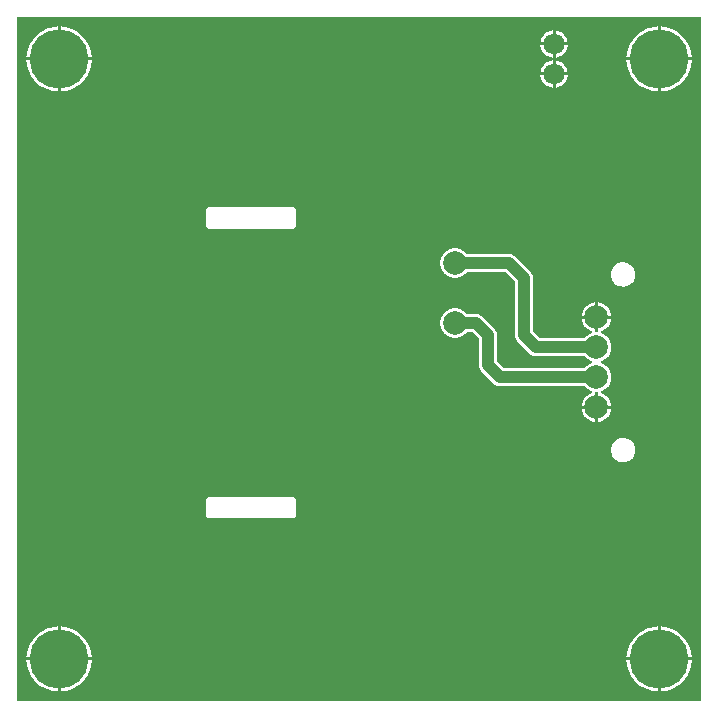
<source format=gtl>
G04 Layer: TopLayer*
G04 EasyEDA v6.5.34, 2023-08-01 23:33:27*
G04 74fb3d3c296a4d11a7f64f3819e37d63,5a6b42c53f6a479593ecc07194224c93,10*
G04 Gerber Generator version 0.2*
G04 Scale: 100 percent, Rotated: No, Reflected: No *
G04 Dimensions in millimeters *
G04 leading zeros omitted , absolute positions ,4 integer and 5 decimal *
%FSLAX45Y45*%
%MOMM*%

%ADD10C,1.0000*%
%ADD11C,5.0000*%
%ADD12C,1.8000*%
%ADD13C,2.0000*%

%LPD*%
G36*
X5805932Y25908D02*
G01*
X36068Y26416D01*
X32156Y27178D01*
X28905Y29362D01*
X26670Y32664D01*
X25908Y36576D01*
X25908Y5805932D01*
X26670Y5809843D01*
X28905Y5813094D01*
X32156Y5815330D01*
X36068Y5816092D01*
X5805932Y5816092D01*
X5809843Y5815330D01*
X5813094Y5813094D01*
X5815330Y5809843D01*
X5816092Y5805932D01*
X5816092Y36068D01*
X5815330Y32207D01*
X5813094Y28905D01*
X5809843Y26670D01*
G37*

%LPC*%
G36*
X4456887Y5600700D02*
G01*
X4559300Y5600700D01*
X4559300Y5702960D01*
X4550308Y5701842D01*
X4536186Y5698236D01*
X4522673Y5692851D01*
X4509922Y5685840D01*
X4498136Y5677306D01*
X4487519Y5667349D01*
X4478223Y5656122D01*
X4470450Y5643829D01*
X4464253Y5630672D01*
X4459732Y5616803D01*
X4457039Y5602528D01*
G37*
G36*
X393700Y105562D02*
G01*
X398322Y105664D01*
X421284Y108051D01*
X443992Y112369D01*
X466242Y118618D01*
X487934Y126644D01*
X508812Y136499D01*
X528828Y148031D01*
X547827Y161239D01*
X565607Y175971D01*
X582117Y192125D01*
X597204Y209600D01*
X610819Y228295D01*
X622757Y248107D01*
X633018Y268782D01*
X641553Y290271D01*
X648208Y312369D01*
X653034Y334975D01*
X655929Y357936D01*
X656336Y368300D01*
X393700Y368300D01*
G37*
G36*
X5448300Y105613D02*
G01*
X5448300Y368300D01*
X5185410Y368300D01*
X5187289Y346405D01*
X5191150Y323646D01*
X5196890Y301244D01*
X5204460Y279450D01*
X5213858Y258317D01*
X5224983Y238099D01*
X5237784Y218846D01*
X5252161Y200710D01*
X5267960Y183896D01*
X5285130Y168402D01*
X5303520Y154432D01*
X5323027Y142087D01*
X5343499Y131368D01*
X5364835Y122428D01*
X5386781Y115265D01*
X5409285Y109982D01*
X5432145Y106629D01*
G37*
G36*
X368300Y105613D02*
G01*
X368300Y368300D01*
X105410Y368300D01*
X107289Y346405D01*
X111150Y323646D01*
X116890Y301244D01*
X124460Y279450D01*
X133858Y258317D01*
X144983Y238099D01*
X157784Y218846D01*
X172161Y200710D01*
X187960Y183896D01*
X205130Y168402D01*
X223520Y154432D01*
X243027Y142087D01*
X263499Y131368D01*
X284835Y122428D01*
X306781Y115265D01*
X329285Y109982D01*
X352145Y106629D01*
G37*
G36*
X393700Y393700D02*
G01*
X656336Y393700D01*
X655929Y404063D01*
X653034Y427024D01*
X648208Y449630D01*
X641553Y471728D01*
X633018Y493217D01*
X622757Y513892D01*
X610819Y533704D01*
X597204Y552348D01*
X582117Y569874D01*
X565607Y586028D01*
X547827Y600760D01*
X528828Y613968D01*
X508812Y625500D01*
X487934Y635355D01*
X466242Y643382D01*
X443992Y649630D01*
X421284Y653948D01*
X398322Y656336D01*
X393700Y656437D01*
G37*
G36*
X5473700Y393700D02*
G01*
X5736336Y393700D01*
X5735929Y404063D01*
X5733034Y427024D01*
X5728208Y449630D01*
X5721553Y471728D01*
X5713018Y493217D01*
X5702757Y513892D01*
X5690819Y533704D01*
X5677204Y552348D01*
X5662117Y569874D01*
X5645607Y586028D01*
X5627827Y600760D01*
X5608828Y613968D01*
X5588812Y625500D01*
X5567934Y635355D01*
X5546242Y643382D01*
X5523992Y649630D01*
X5501284Y653948D01*
X5478322Y656336D01*
X5473700Y656437D01*
G37*
G36*
X5185410Y393700D02*
G01*
X5448300Y393700D01*
X5448300Y656386D01*
X5432145Y655370D01*
X5409285Y652018D01*
X5386781Y646734D01*
X5364835Y639572D01*
X5343499Y630631D01*
X5323027Y619912D01*
X5303520Y607568D01*
X5285130Y593598D01*
X5267960Y578104D01*
X5252161Y561289D01*
X5237784Y543153D01*
X5224983Y523900D01*
X5213858Y503682D01*
X5204460Y482549D01*
X5196890Y460756D01*
X5191150Y438353D01*
X5187289Y415594D01*
G37*
G36*
X105410Y393700D02*
G01*
X368300Y393700D01*
X368300Y656386D01*
X352145Y655370D01*
X329285Y652018D01*
X306781Y646734D01*
X284835Y639572D01*
X263499Y630631D01*
X243027Y619912D01*
X223520Y607568D01*
X205130Y593598D01*
X187960Y578104D01*
X172161Y561289D01*
X157784Y543153D01*
X144983Y523900D01*
X133858Y503682D01*
X124460Y482549D01*
X116890Y460756D01*
X111150Y438353D01*
X107289Y415594D01*
G37*
G36*
X1651558Y1574292D02*
G01*
X2361641Y1574292D01*
X2367940Y1575003D01*
X2373426Y1576933D01*
X2378303Y1579981D01*
X2382418Y1584096D01*
X2385466Y1588973D01*
X2387396Y1594459D01*
X2388108Y1600758D01*
X2388108Y1726641D01*
X2387396Y1732940D01*
X2385466Y1738426D01*
X2382418Y1743303D01*
X2378303Y1747418D01*
X2373426Y1750466D01*
X2367940Y1752396D01*
X2361641Y1753107D01*
X1651558Y1753107D01*
X1645259Y1752396D01*
X1639773Y1750466D01*
X1634896Y1747418D01*
X1630781Y1743303D01*
X1627733Y1738426D01*
X1625803Y1732940D01*
X1625092Y1726641D01*
X1625092Y1600758D01*
X1625803Y1594459D01*
X1627733Y1588973D01*
X1630781Y1584096D01*
X1634896Y1579981D01*
X1639773Y1576933D01*
X1645259Y1575003D01*
G37*
G36*
X5152745Y2046274D02*
G01*
X5166563Y2046732D01*
X5180177Y2049018D01*
X5193385Y2053132D01*
X5205933Y2058924D01*
X5217566Y2066391D01*
X5228082Y2075281D01*
X5237378Y2085543D01*
X5245201Y2096922D01*
X5251399Y2109216D01*
X5255920Y2122271D01*
X5258663Y2135835D01*
X5259628Y2149602D01*
X5258663Y2163368D01*
X5255920Y2176932D01*
X5251399Y2189937D01*
X5245201Y2202281D01*
X5237378Y2213660D01*
X5228082Y2223922D01*
X5217566Y2232812D01*
X5205933Y2240280D01*
X5193385Y2246071D01*
X5180177Y2250186D01*
X5166563Y2252472D01*
X5152745Y2252929D01*
X5139029Y2251557D01*
X5125618Y2248357D01*
X5112715Y2243378D01*
X5100574Y2236724D01*
X5089499Y2228545D01*
X5079542Y2218944D01*
X5071008Y2208123D01*
X5063947Y2196236D01*
X5058562Y2183536D01*
X5054904Y2170176D01*
X5053076Y2156510D01*
X5053076Y2142693D01*
X5054904Y2129028D01*
X5058562Y2115667D01*
X5063947Y2102967D01*
X5071008Y2091080D01*
X5079542Y2080260D01*
X5089499Y2070658D01*
X5100574Y2062480D01*
X5112715Y2055825D01*
X5125618Y2050846D01*
X5139029Y2047646D01*
G37*
G36*
X4918506Y2387041D02*
G01*
X4918506Y2499461D01*
X4806086Y2499461D01*
X4806238Y2496972D01*
X4808982Y2482037D01*
X4813503Y2467508D01*
X4819751Y2453690D01*
X4827625Y2440635D01*
X4836972Y2428697D01*
X4847742Y2417927D01*
X4859680Y2408580D01*
X4872736Y2400706D01*
X4886553Y2394458D01*
X4901082Y2389936D01*
X4916017Y2387193D01*
G37*
G36*
X4943906Y2387041D02*
G01*
X4946396Y2387193D01*
X4961331Y2389936D01*
X4975860Y2394458D01*
X4989728Y2400706D01*
X5002733Y2408580D01*
X5014722Y2417927D01*
X5025440Y2428697D01*
X5034838Y2440635D01*
X5042662Y2453690D01*
X5048910Y2467508D01*
X5053431Y2482037D01*
X5056174Y2496972D01*
X5056327Y2499461D01*
X4943906Y2499461D01*
G37*
G36*
X4806086Y2524861D02*
G01*
X4918506Y2524861D01*
X4918506Y2630271D01*
X4919268Y2634132D01*
X4921504Y2637434D01*
X4924806Y2639618D01*
X4928666Y2640431D01*
X4933746Y2640431D01*
X4937658Y2639618D01*
X4940960Y2637434D01*
X4943144Y2634132D01*
X4943906Y2630271D01*
X4943906Y2524861D01*
X5056327Y2524861D01*
X5056174Y2527350D01*
X5053431Y2542286D01*
X5048910Y2556814D01*
X5042662Y2570683D01*
X5034838Y2583688D01*
X5025440Y2595626D01*
X5014722Y2606395D01*
X5002733Y2615793D01*
X4989728Y2623616D01*
X4975809Y2629916D01*
X4972659Y2632151D01*
X4970526Y2635351D01*
X4969814Y2639161D01*
X4970526Y2642971D01*
X4972659Y2646222D01*
X4975809Y2648458D01*
X4989728Y2654706D01*
X5002733Y2662580D01*
X5014722Y2671927D01*
X5025440Y2682697D01*
X5034838Y2694635D01*
X5042662Y2707690D01*
X5048910Y2721508D01*
X5053431Y2736037D01*
X5056174Y2750972D01*
X5057089Y2766161D01*
X5056174Y2781350D01*
X5053431Y2796286D01*
X5048910Y2810814D01*
X5042662Y2824683D01*
X5034838Y2837688D01*
X5025440Y2849626D01*
X5014722Y2860395D01*
X5002733Y2869793D01*
X4989728Y2877616D01*
X4975809Y2883916D01*
X4972659Y2886151D01*
X4970526Y2889351D01*
X4969814Y2893161D01*
X4970526Y2896971D01*
X4972659Y2900222D01*
X4975809Y2902458D01*
X4989728Y2908706D01*
X5002733Y2916580D01*
X5014722Y2925927D01*
X5025440Y2936697D01*
X5034838Y2948635D01*
X5042662Y2961690D01*
X5048910Y2975508D01*
X5053431Y2990037D01*
X5056174Y3004972D01*
X5057089Y3020161D01*
X5056174Y3035350D01*
X5053431Y3050286D01*
X5048910Y3064814D01*
X5042662Y3078683D01*
X5034838Y3091688D01*
X5025440Y3103626D01*
X5014722Y3114395D01*
X5002733Y3123793D01*
X4989728Y3131616D01*
X4975809Y3137916D01*
X4972659Y3140151D01*
X4970526Y3143351D01*
X4969814Y3147161D01*
X4970526Y3150971D01*
X4972659Y3154222D01*
X4975809Y3156458D01*
X4989728Y3162706D01*
X5002733Y3170580D01*
X5014722Y3179927D01*
X5025440Y3190697D01*
X5034838Y3202635D01*
X5042662Y3215690D01*
X5048910Y3229508D01*
X5053431Y3244037D01*
X5056174Y3258972D01*
X5056327Y3261461D01*
X4943906Y3261461D01*
X4943906Y3156102D01*
X4943144Y3152190D01*
X4940960Y3148888D01*
X4937658Y3146704D01*
X4933746Y3145942D01*
X4928666Y3145942D01*
X4924806Y3146704D01*
X4921504Y3148888D01*
X4919268Y3152190D01*
X4918506Y3156102D01*
X4918506Y3261461D01*
X4806086Y3261461D01*
X4806238Y3258972D01*
X4808982Y3244037D01*
X4813503Y3229508D01*
X4819751Y3215690D01*
X4827625Y3202635D01*
X4836972Y3190697D01*
X4847742Y3179927D01*
X4859680Y3170580D01*
X4872736Y3162706D01*
X4886655Y3156458D01*
X4889804Y3154222D01*
X4891887Y3150971D01*
X4892649Y3147161D01*
X4891887Y3143351D01*
X4889804Y3140151D01*
X4886655Y3137916D01*
X4872736Y3131616D01*
X4859680Y3123793D01*
X4847742Y3114395D01*
X4836972Y3103626D01*
X4834026Y3099866D01*
X4831791Y3097784D01*
X4829048Y3096412D01*
X4826000Y3095955D01*
X4457801Y3095955D01*
X4453890Y3096717D01*
X4450588Y3098952D01*
X4396892Y3152648D01*
X4394657Y3155950D01*
X4393895Y3159861D01*
X4393844Y3609441D01*
X4393031Y3618280D01*
X4392625Y3620719D01*
X4390491Y3629355D01*
X4389729Y3631692D01*
X4386326Y3639921D01*
X4385208Y3642106D01*
X4380585Y3649726D01*
X4373524Y3658565D01*
X4242765Y3789324D01*
X4233926Y3796385D01*
X4226306Y3801008D01*
X4224121Y3802126D01*
X4215892Y3805529D01*
X4213555Y3806291D01*
X4204919Y3808425D01*
X4202480Y3808831D01*
X4193641Y3809644D01*
X3838905Y3809695D01*
X3835908Y3810152D01*
X3833164Y3811524D01*
X3830929Y3813606D01*
X3828034Y3817264D01*
X3817264Y3828034D01*
X3805326Y3837381D01*
X3792321Y3845255D01*
X3778453Y3851503D01*
X3763924Y3856024D01*
X3748989Y3858768D01*
X3733800Y3859682D01*
X3718610Y3858768D01*
X3703675Y3856024D01*
X3689146Y3851503D01*
X3675278Y3845255D01*
X3662273Y3837381D01*
X3650335Y3828034D01*
X3639565Y3817264D01*
X3630218Y3805326D01*
X3622344Y3792321D01*
X3616096Y3778453D01*
X3611575Y3763924D01*
X3608832Y3748989D01*
X3607917Y3733800D01*
X3608832Y3718610D01*
X3611575Y3703675D01*
X3616096Y3689146D01*
X3622344Y3675278D01*
X3630218Y3662273D01*
X3639565Y3650335D01*
X3650335Y3639565D01*
X3662273Y3630218D01*
X3675278Y3622344D01*
X3689146Y3616096D01*
X3703675Y3611575D01*
X3718610Y3608832D01*
X3733800Y3607917D01*
X3748989Y3608832D01*
X3763924Y3611575D01*
X3778453Y3616096D01*
X3792321Y3622344D01*
X3805326Y3630218D01*
X3817264Y3639565D01*
X3828034Y3650335D01*
X3830929Y3653993D01*
X3833164Y3656076D01*
X3835908Y3657447D01*
X3838905Y3657904D01*
X4155338Y3657904D01*
X4159250Y3657142D01*
X4162551Y3654907D01*
X4239107Y3578351D01*
X4241342Y3575050D01*
X4242104Y3571138D01*
X4242155Y3121558D01*
X4242968Y3112719D01*
X4243374Y3110280D01*
X4245508Y3101644D01*
X4246270Y3099308D01*
X4249674Y3091078D01*
X4250791Y3088894D01*
X4255414Y3081274D01*
X4262475Y3072434D01*
X4370374Y2964535D01*
X4379214Y2957474D01*
X4386834Y2952851D01*
X4389018Y2951734D01*
X4397248Y2948330D01*
X4399584Y2947568D01*
X4408220Y2945434D01*
X4410659Y2945028D01*
X4419498Y2944215D01*
X4826203Y2944164D01*
X4829200Y2943707D01*
X4831943Y2942336D01*
X4834178Y2940253D01*
X4836972Y2936697D01*
X4847742Y2925927D01*
X4859680Y2916580D01*
X4872736Y2908706D01*
X4886655Y2902458D01*
X4889804Y2900222D01*
X4891887Y2896971D01*
X4892649Y2893161D01*
X4891887Y2889351D01*
X4889804Y2886151D01*
X4886655Y2883916D01*
X4872736Y2877616D01*
X4859680Y2869793D01*
X4847742Y2860395D01*
X4836972Y2849626D01*
X4834026Y2845866D01*
X4831791Y2843784D01*
X4829048Y2842412D01*
X4826000Y2841955D01*
X4153001Y2841955D01*
X4149090Y2842717D01*
X4145787Y2844952D01*
X4092092Y2898648D01*
X4089857Y2901950D01*
X4089095Y2905861D01*
X4089044Y3126841D01*
X4088231Y3135680D01*
X4087825Y3138119D01*
X4085691Y3146755D01*
X4084929Y3149092D01*
X4081526Y3157321D01*
X4080408Y3159506D01*
X4075785Y3167126D01*
X4068724Y3175965D01*
X3963365Y3281324D01*
X3954526Y3288385D01*
X3946906Y3293008D01*
X3944721Y3294126D01*
X3936492Y3297529D01*
X3934155Y3298291D01*
X3925519Y3300425D01*
X3923080Y3300831D01*
X3914241Y3301644D01*
X3838905Y3301695D01*
X3835908Y3302152D01*
X3833164Y3303524D01*
X3830929Y3305606D01*
X3828034Y3309264D01*
X3817264Y3320034D01*
X3805326Y3329381D01*
X3792321Y3337255D01*
X3778453Y3343503D01*
X3763924Y3348024D01*
X3748989Y3350768D01*
X3733800Y3351682D01*
X3718610Y3350768D01*
X3703675Y3348024D01*
X3689146Y3343503D01*
X3675278Y3337255D01*
X3662273Y3329381D01*
X3650335Y3320034D01*
X3639565Y3309264D01*
X3630218Y3297326D01*
X3622344Y3284321D01*
X3616096Y3270453D01*
X3611575Y3255924D01*
X3608832Y3240989D01*
X3607917Y3225800D01*
X3608832Y3210610D01*
X3611575Y3195675D01*
X3616096Y3181146D01*
X3622344Y3167278D01*
X3630218Y3154273D01*
X3639565Y3142335D01*
X3650335Y3131566D01*
X3662273Y3122218D01*
X3675278Y3114344D01*
X3689146Y3108096D01*
X3703675Y3103575D01*
X3718610Y3100832D01*
X3733800Y3099917D01*
X3748989Y3100832D01*
X3763924Y3103575D01*
X3778453Y3108096D01*
X3792321Y3114344D01*
X3805326Y3122218D01*
X3817264Y3131566D01*
X3828034Y3142335D01*
X3830929Y3145993D01*
X3833164Y3148076D01*
X3835908Y3149447D01*
X3838905Y3149904D01*
X3875938Y3149904D01*
X3879850Y3149142D01*
X3883151Y3146907D01*
X3934307Y3095752D01*
X3936542Y3092450D01*
X3937304Y3088538D01*
X3937355Y2867558D01*
X3938168Y2858719D01*
X3938574Y2856280D01*
X3940708Y2847644D01*
X3941470Y2845308D01*
X3944874Y2837078D01*
X3945991Y2834894D01*
X3950614Y2827274D01*
X3957675Y2818434D01*
X4065574Y2710535D01*
X4074414Y2703474D01*
X4082034Y2698851D01*
X4084218Y2697734D01*
X4092448Y2694330D01*
X4094784Y2693568D01*
X4103420Y2691434D01*
X4105859Y2691028D01*
X4114698Y2690215D01*
X4826203Y2690164D01*
X4829200Y2689707D01*
X4831943Y2688336D01*
X4834178Y2686253D01*
X4836972Y2682697D01*
X4847742Y2671927D01*
X4859680Y2662580D01*
X4872736Y2654706D01*
X4886655Y2648458D01*
X4889804Y2646222D01*
X4891887Y2642971D01*
X4892649Y2639161D01*
X4891887Y2635351D01*
X4889804Y2632151D01*
X4886655Y2629916D01*
X4872736Y2623616D01*
X4859680Y2615793D01*
X4847742Y2606395D01*
X4836972Y2595626D01*
X4827625Y2583688D01*
X4819751Y2570683D01*
X4813503Y2556814D01*
X4808982Y2542286D01*
X4806238Y2527350D01*
G37*
G36*
X4584700Y5600700D02*
G01*
X4687112Y5600700D01*
X4686960Y5602528D01*
X4684268Y5616803D01*
X4679746Y5630672D01*
X4673549Y5643829D01*
X4665776Y5656122D01*
X4656480Y5667349D01*
X4645863Y5677306D01*
X4634077Y5685840D01*
X4621326Y5692851D01*
X4607814Y5698236D01*
X4593691Y5701842D01*
X4584700Y5702960D01*
G37*
G36*
X105410Y5473700D02*
G01*
X368300Y5473700D01*
X368300Y5736386D01*
X352145Y5735370D01*
X329285Y5732018D01*
X306781Y5726734D01*
X284835Y5719572D01*
X263499Y5710631D01*
X243027Y5699912D01*
X223520Y5687568D01*
X205130Y5673598D01*
X187960Y5658104D01*
X172161Y5641289D01*
X157784Y5623153D01*
X144983Y5603900D01*
X133858Y5583682D01*
X124460Y5562549D01*
X116890Y5540756D01*
X111150Y5518353D01*
X107289Y5495594D01*
G37*
G36*
X5185410Y5473700D02*
G01*
X5448300Y5473700D01*
X5448300Y5736386D01*
X5432145Y5735370D01*
X5409285Y5732018D01*
X5386781Y5726734D01*
X5364835Y5719572D01*
X5343499Y5710631D01*
X5323027Y5699912D01*
X5303520Y5687568D01*
X5285130Y5673598D01*
X5267960Y5658104D01*
X5252161Y5641289D01*
X5237784Y5623153D01*
X5224983Y5603900D01*
X5213858Y5583682D01*
X5204460Y5562549D01*
X5196890Y5540756D01*
X5191150Y5518353D01*
X5187289Y5495594D01*
G37*
G36*
X393700Y5473700D02*
G01*
X656336Y5473700D01*
X655929Y5484063D01*
X653034Y5507024D01*
X648208Y5529630D01*
X641553Y5551728D01*
X633018Y5573217D01*
X622757Y5593892D01*
X610819Y5613704D01*
X597204Y5632348D01*
X582117Y5649874D01*
X565607Y5666028D01*
X547827Y5680760D01*
X528828Y5693968D01*
X508812Y5705500D01*
X487934Y5715355D01*
X466242Y5723382D01*
X443992Y5729630D01*
X421284Y5733948D01*
X398322Y5736336D01*
X393700Y5736437D01*
G37*
G36*
X5473700Y5473700D02*
G01*
X5736336Y5473700D01*
X5735929Y5484063D01*
X5733034Y5507024D01*
X5728208Y5529630D01*
X5721553Y5551728D01*
X5713018Y5573217D01*
X5702757Y5593892D01*
X5690819Y5613704D01*
X5677204Y5632348D01*
X5662117Y5649874D01*
X5645607Y5666028D01*
X5627827Y5680760D01*
X5608828Y5693968D01*
X5588812Y5705500D01*
X5567934Y5715355D01*
X5546242Y5723382D01*
X5523992Y5729630D01*
X5501284Y5733948D01*
X5478322Y5736336D01*
X5473700Y5736437D01*
G37*
G36*
X4806086Y3286861D02*
G01*
X4918506Y3286861D01*
X4918506Y3399282D01*
X4916017Y3399129D01*
X4901082Y3396386D01*
X4886553Y3391865D01*
X4872736Y3385616D01*
X4859680Y3377793D01*
X4847742Y3368395D01*
X4836972Y3357626D01*
X4827625Y3345687D01*
X4819751Y3332683D01*
X4813503Y3318814D01*
X4808982Y3304286D01*
X4806238Y3289350D01*
G37*
G36*
X5473700Y105562D02*
G01*
X5478322Y105664D01*
X5501284Y108051D01*
X5523992Y112369D01*
X5546242Y118618D01*
X5567934Y126644D01*
X5588812Y136499D01*
X5608828Y148031D01*
X5627827Y161239D01*
X5645607Y175971D01*
X5662117Y192125D01*
X5677204Y209600D01*
X5690819Y228295D01*
X5702757Y248107D01*
X5713018Y268782D01*
X5721553Y290271D01*
X5728208Y312369D01*
X5733034Y334975D01*
X5735929Y357936D01*
X5736336Y368300D01*
X5473700Y368300D01*
G37*
G36*
X5152745Y3533343D02*
G01*
X5166563Y3533851D01*
X5180177Y3536137D01*
X5193385Y3540201D01*
X5205933Y3546043D01*
X5217566Y3553460D01*
X5228082Y3562400D01*
X5237378Y3572611D01*
X5245201Y3583990D01*
X5251399Y3596335D01*
X5255920Y3609390D01*
X5258663Y3622903D01*
X5259628Y3636670D01*
X5258663Y3650487D01*
X5255920Y3664000D01*
X5251399Y3677056D01*
X5245201Y3689400D01*
X5237378Y3700779D01*
X5228082Y3710990D01*
X5217566Y3719931D01*
X5205933Y3727348D01*
X5193385Y3733190D01*
X5180177Y3737254D01*
X5166563Y3739540D01*
X5152745Y3740048D01*
X5139029Y3738626D01*
X5125618Y3735425D01*
X5112715Y3730498D01*
X5100574Y3723843D01*
X5089499Y3715664D01*
X5079542Y3706063D01*
X5071008Y3695192D01*
X5063947Y3683304D01*
X5058562Y3670604D01*
X5054904Y3657295D01*
X5053076Y3643579D01*
X5053076Y3629812D01*
X5054904Y3616096D01*
X5058562Y3602786D01*
X5063947Y3590086D01*
X5071008Y3578199D01*
X5079542Y3567328D01*
X5089499Y3557727D01*
X5100574Y3549548D01*
X5112715Y3542893D01*
X5125618Y3537965D01*
X5139029Y3534765D01*
G37*
G36*
X4559300Y5473039D02*
G01*
X4559300Y5575300D01*
X4456887Y5575300D01*
X4457039Y5573471D01*
X4459732Y5559196D01*
X4464253Y5545328D01*
X4470450Y5532170D01*
X4478223Y5519877D01*
X4487519Y5508650D01*
X4498136Y5498693D01*
X4509922Y5490159D01*
X4522673Y5483148D01*
X4536186Y5477764D01*
X4550308Y5474157D01*
G37*
G36*
X1651558Y4025392D02*
G01*
X2361641Y4025392D01*
X2367940Y4026103D01*
X2373426Y4027982D01*
X2378303Y4031081D01*
X2382418Y4035196D01*
X2385466Y4040073D01*
X2387396Y4045559D01*
X2388108Y4051858D01*
X2388108Y4177741D01*
X2387396Y4184040D01*
X2385466Y4189526D01*
X2382418Y4194403D01*
X2378303Y4198518D01*
X2373426Y4201566D01*
X2367940Y4203496D01*
X2361641Y4204208D01*
X1651558Y4204208D01*
X1645259Y4203496D01*
X1639773Y4201566D01*
X1634896Y4198518D01*
X1630781Y4194403D01*
X1627682Y4189526D01*
X1625803Y4184040D01*
X1625092Y4177741D01*
X1625092Y4051858D01*
X1625803Y4045559D01*
X1627682Y4040073D01*
X1630781Y4035196D01*
X1634896Y4031081D01*
X1639773Y4027982D01*
X1645259Y4026103D01*
G37*
G36*
X5473700Y5185562D02*
G01*
X5478322Y5185664D01*
X5501284Y5188051D01*
X5523992Y5192369D01*
X5546242Y5198618D01*
X5567934Y5206644D01*
X5588812Y5216499D01*
X5608828Y5228031D01*
X5627827Y5241239D01*
X5645607Y5255971D01*
X5662117Y5272125D01*
X5677204Y5289600D01*
X5690819Y5308295D01*
X5702757Y5328107D01*
X5713018Y5348782D01*
X5721553Y5370271D01*
X5728208Y5392369D01*
X5733034Y5414975D01*
X5735929Y5437936D01*
X5736336Y5448300D01*
X5473700Y5448300D01*
G37*
G36*
X393700Y5185562D02*
G01*
X398322Y5185664D01*
X421284Y5188051D01*
X443992Y5192369D01*
X466242Y5198618D01*
X487934Y5206644D01*
X508812Y5216499D01*
X528828Y5228031D01*
X547827Y5241239D01*
X565607Y5255971D01*
X582117Y5272125D01*
X597204Y5289600D01*
X610819Y5308295D01*
X622757Y5328107D01*
X633018Y5348782D01*
X641553Y5370271D01*
X648208Y5392369D01*
X653034Y5414975D01*
X655929Y5437936D01*
X656336Y5448300D01*
X393700Y5448300D01*
G37*
G36*
X5448300Y5185613D02*
G01*
X5448300Y5448300D01*
X5185410Y5448300D01*
X5187289Y5426405D01*
X5191150Y5403646D01*
X5196890Y5381244D01*
X5204460Y5359450D01*
X5213858Y5338318D01*
X5224983Y5318099D01*
X5237784Y5298846D01*
X5252161Y5280710D01*
X5267960Y5263896D01*
X5285130Y5248402D01*
X5303520Y5234432D01*
X5323027Y5222087D01*
X5343499Y5211368D01*
X5364835Y5202428D01*
X5386781Y5195265D01*
X5409285Y5189982D01*
X5432145Y5186629D01*
G37*
G36*
X368300Y5185613D02*
G01*
X368300Y5448300D01*
X105410Y5448300D01*
X107289Y5426405D01*
X111150Y5403646D01*
X116890Y5381244D01*
X124460Y5359450D01*
X133858Y5338318D01*
X144983Y5318099D01*
X157784Y5298846D01*
X172161Y5280710D01*
X187960Y5263896D01*
X205130Y5248402D01*
X223520Y5234432D01*
X243027Y5222087D01*
X263499Y5211368D01*
X284835Y5202428D01*
X306781Y5195265D01*
X329285Y5189982D01*
X352145Y5186629D01*
G37*
G36*
X4584700Y5219039D02*
G01*
X4593691Y5220157D01*
X4607814Y5223764D01*
X4621326Y5229148D01*
X4634077Y5236159D01*
X4645863Y5244693D01*
X4656480Y5254650D01*
X4665776Y5265877D01*
X4673549Y5278170D01*
X4679746Y5291328D01*
X4684268Y5305196D01*
X4686960Y5319471D01*
X4687112Y5321300D01*
X4584700Y5321300D01*
G37*
G36*
X4559300Y5219039D02*
G01*
X4559300Y5321300D01*
X4456887Y5321300D01*
X4457039Y5319471D01*
X4459732Y5305196D01*
X4464253Y5291328D01*
X4470450Y5278170D01*
X4478223Y5265877D01*
X4487519Y5254650D01*
X4498136Y5244693D01*
X4509922Y5236159D01*
X4522673Y5229148D01*
X4536186Y5223764D01*
X4550308Y5220157D01*
G37*
G36*
X4584700Y5346700D02*
G01*
X4687112Y5346700D01*
X4686960Y5348528D01*
X4684268Y5362803D01*
X4679746Y5376672D01*
X4673549Y5389829D01*
X4665776Y5402122D01*
X4656480Y5413349D01*
X4645863Y5423306D01*
X4634077Y5431840D01*
X4621326Y5438851D01*
X4607814Y5444236D01*
X4593691Y5447842D01*
X4584700Y5448960D01*
G37*
G36*
X4456887Y5346700D02*
G01*
X4559300Y5346700D01*
X4559300Y5448960D01*
X4550308Y5447842D01*
X4536186Y5444236D01*
X4522673Y5438851D01*
X4509922Y5431840D01*
X4498136Y5423306D01*
X4487519Y5413349D01*
X4478223Y5402122D01*
X4470450Y5389829D01*
X4464253Y5376672D01*
X4459732Y5362803D01*
X4457039Y5348528D01*
G37*
G36*
X4584700Y5473039D02*
G01*
X4593691Y5474157D01*
X4607814Y5477764D01*
X4621326Y5483148D01*
X4634077Y5490159D01*
X4645863Y5498693D01*
X4656480Y5508650D01*
X4665776Y5519877D01*
X4673549Y5532170D01*
X4679746Y5545328D01*
X4684268Y5559196D01*
X4686960Y5573471D01*
X4687112Y5575300D01*
X4584700Y5575300D01*
G37*
G36*
X4943906Y3286861D02*
G01*
X5056327Y3286861D01*
X5056174Y3289350D01*
X5053431Y3304286D01*
X5048910Y3318814D01*
X5042662Y3332683D01*
X5034838Y3345687D01*
X5025440Y3357626D01*
X5014722Y3368395D01*
X5002733Y3377793D01*
X4989728Y3385616D01*
X4975860Y3391865D01*
X4961331Y3396386D01*
X4946396Y3399129D01*
X4943906Y3399282D01*
G37*

%LPD*%
D10*
X3733800Y3733800D02*
G01*
X4191000Y3733800D01*
X4318000Y3606800D01*
X4318000Y3124200D01*
X4422140Y3020060D01*
X4931156Y3020060D01*
X3733800Y3225800D02*
G01*
X3911600Y3225800D01*
X4013200Y3124200D01*
X4013200Y2870200D01*
X4117340Y2766060D01*
X4931156Y2766060D01*
D11*
G01*
X381000Y5461000D03*
G01*
X5461000Y5461000D03*
G01*
X5461000Y381000D03*
G01*
X381000Y381000D03*
D12*
G01*
X4572000Y5588000D03*
G01*
X4572000Y5334000D03*
D13*
G01*
X4931206Y3274161D03*
G01*
X4931206Y2512161D03*
G01*
X4931206Y2766161D03*
G01*
X4931206Y3020161D03*
G01*
X3733800Y3733800D03*
G01*
X3733800Y3225800D03*
M02*

</source>
